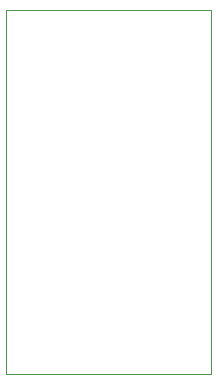
<source format=gbr>
%TF.GenerationSoftware,KiCad,Pcbnew,7.0.6*%
%TF.CreationDate,2023-09-03T23:35:15+01:00*%
%TF.ProjectId,TRSG3JPMod,54525347-334a-4504-9d6f-642e6b696361,rev?*%
%TF.SameCoordinates,Original*%
%TF.FileFunction,Profile,NP*%
%FSLAX46Y46*%
G04 Gerber Fmt 4.6, Leading zero omitted, Abs format (unit mm)*
G04 Created by KiCad (PCBNEW 7.0.6) date 2023-09-03 23:35:15*
%MOMM*%
%LPD*%
G01*
G04 APERTURE LIST*
%TA.AperFunction,Profile*%
%ADD10C,0.100000*%
%TD*%
G04 APERTURE END LIST*
D10*
X106912500Y-55175000D02*
X124275000Y-55175000D01*
X124275000Y-86025000D01*
X106912500Y-86025000D01*
X106912500Y-55175000D01*
M02*

</source>
